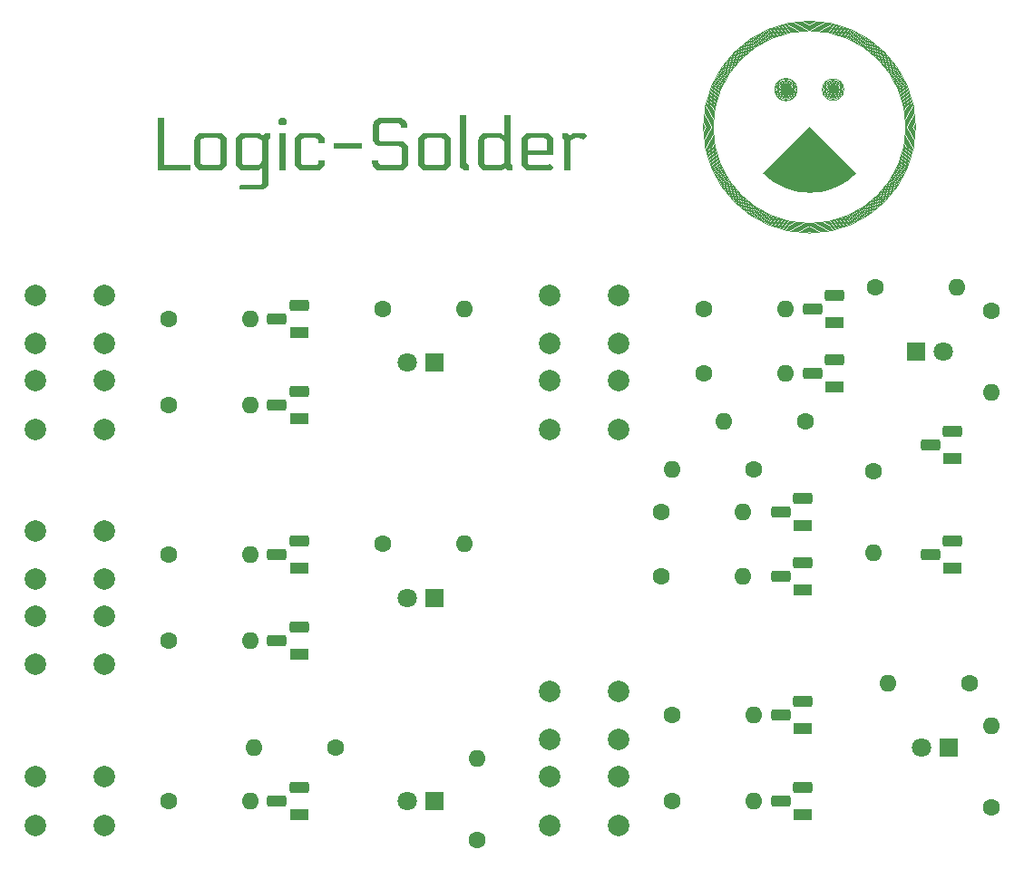
<source format=gbr>
%TF.GenerationSoftware,KiCad,Pcbnew,8.99.0-3415-g545c771fd6*%
%TF.CreationDate,2025-05-14T09:58:28+02:00*%
%TF.ProjectId,logic-solder,6c6f6769-632d-4736-9f6c-6465722e6b69,3*%
%TF.SameCoordinates,Original*%
%TF.FileFunction,Soldermask,Top*%
%TF.FilePolarity,Negative*%
%FSLAX46Y46*%
G04 Gerber Fmt 4.6, Leading zero omitted, Abs format (unit mm)*
G04 Created by KiCad (PCBNEW 8.99.0-3415-g545c771fd6) date 2025-05-14 09:58:28*
%MOMM*%
%LPD*%
G01*
G04 APERTURE LIST*
G04 Aperture macros list*
%AMRoundRect*
0 Rectangle with rounded corners*
0 $1 Rounding radius*
0 $2 $3 $4 $5 $6 $7 $8 $9 X,Y pos of 4 corners*
0 Add a 4 corners polygon primitive as box body*
4,1,4,$2,$3,$4,$5,$6,$7,$8,$9,$2,$3,0*
0 Add four circle primitives for the rounded corners*
1,1,$1+$1,$2,$3*
1,1,$1+$1,$4,$5*
1,1,$1+$1,$6,$7*
1,1,$1+$1,$8,$9*
0 Add four rect primitives between the rounded corners*
20,1,$1+$1,$2,$3,$4,$5,0*
20,1,$1+$1,$4,$5,$6,$7,0*
20,1,$1+$1,$6,$7,$8,$9,0*
20,1,$1+$1,$8,$9,$2,$3,0*%
G04 Aperture macros list end*
%ADD10C,0.100000*%
%ADD11C,0.150000*%
%ADD12C,1.600000*%
%ADD13O,1.600000X1.600000*%
%ADD14R,1.800000X1.800000*%
%ADD15C,1.800000*%
%ADD16R,1.800000X1.100000*%
%ADD17RoundRect,0.275000X0.625000X-0.275000X0.625000X0.275000X-0.625000X0.275000X-0.625000X-0.275000X0*%
%ADD18C,2.000000*%
G04 APERTURE END LIST*
D10*
X228138073Y-35531910D02*
G75*
G02*
X227538073Y-35531910I-300000J0D01*
G01*
X227538073Y-35531910D02*
G75*
G02*
X228138073Y-35531910I300000J0D01*
G01*
X232938073Y-35531910D02*
G75*
G02*
X231538073Y-35531910I-700000J0D01*
G01*
X231538073Y-35531910D02*
G75*
G02*
X232938073Y-35531910I700000J0D01*
G01*
X239338073Y-39031910D02*
G75*
G02*
X220738073Y-39031910I-9300000J0D01*
G01*
X220738073Y-39031910D02*
G75*
G02*
X239338073Y-39031910I9300000J0D01*
G01*
X228738073Y-35531910D02*
G75*
G02*
X226938073Y-35531910I-900000J0D01*
G01*
X226938073Y-35531910D02*
G75*
G02*
X228738073Y-35531910I900000J0D01*
G01*
X228347975Y-35931910D02*
X227338073Y-35931910D01*
X227338073Y-35231910D01*
X228338073Y-35231910D01*
X228347975Y-35931910D01*
G36*
X228347975Y-35931910D02*
G01*
X227338073Y-35931910D01*
X227338073Y-35231910D01*
X228338073Y-35231910D01*
X228347975Y-35931910D01*
G37*
X228347975Y-35531910D02*
G75*
G02*
X227328171Y-35531910I-509902J0D01*
G01*
X227328171Y-35531910D02*
G75*
G02*
X228347975Y-35531910I509902J0D01*
G01*
X234338073Y-43331910D02*
X225738073Y-43331910D01*
X230038073Y-39031910D01*
X234338073Y-43331910D01*
G36*
X234338073Y-43331910D02*
G01*
X225738073Y-43331910D01*
X230038073Y-39031910D01*
X234338073Y-43331910D01*
G37*
X232338073Y-35531910D02*
G75*
G02*
X232138073Y-35531910I-100000J0D01*
G01*
X232138073Y-35531910D02*
G75*
G02*
X232338073Y-35531910I100000J0D01*
G01*
X228882104Y-35531910D02*
G75*
G02*
X226794042Y-35531910I-1044031J0D01*
G01*
X226794042Y-35531910D02*
G75*
G02*
X228882104Y-35531910I1044031J0D01*
G01*
X232538073Y-35531910D02*
G75*
G02*
X231938073Y-35531910I-300000J0D01*
G01*
X231938073Y-35531910D02*
G75*
G02*
X232538073Y-35531910I300000J0D01*
G01*
X228838073Y-35531910D02*
G75*
G02*
X226838073Y-35531910I-1000000J0D01*
G01*
X226838073Y-35531910D02*
G75*
G02*
X228838073Y-35531910I1000000J0D01*
G01*
X228338073Y-35531910D02*
G75*
G02*
X227338073Y-35531910I-500000J0D01*
G01*
X227338073Y-35531910D02*
G75*
G02*
X228338073Y-35531910I500000J0D01*
G01*
X239538073Y-39031910D02*
G75*
G02*
X220538073Y-39031910I-9500000J0D01*
G01*
X220538073Y-39031910D02*
G75*
G02*
X239538073Y-39031910I9500000J0D01*
G01*
X228238073Y-35531910D02*
G75*
G02*
X227438073Y-35531910I-400000J0D01*
G01*
X227438073Y-35531910D02*
G75*
G02*
X228238073Y-35531910I400000J0D01*
G01*
X239738073Y-39031910D02*
G75*
G02*
X220338073Y-39031910I-9700000J0D01*
G01*
X220338073Y-39031910D02*
G75*
G02*
X239738073Y-39031910I9700000J0D01*
G01*
X233238073Y-35531910D02*
G75*
G02*
X231238073Y-35531910I-1000000J0D01*
G01*
X231238073Y-35531910D02*
G75*
G02*
X233238073Y-35531910I1000000J0D01*
G01*
X233038073Y-35531910D02*
G75*
G02*
X231438073Y-35531910I-800000J0D01*
G01*
X231438073Y-35531910D02*
G75*
G02*
X233038073Y-35531910I800000J0D01*
G01*
X232638073Y-35531910D02*
G75*
G02*
X231838073Y-35531910I-400000J0D01*
G01*
X231838073Y-35531910D02*
G75*
G02*
X232638073Y-35531910I400000J0D01*
G01*
X228638073Y-35531910D02*
G75*
G02*
X227038073Y-35531910I-800000J0D01*
G01*
X227038073Y-35531910D02*
G75*
G02*
X228638073Y-35531910I800000J0D01*
G01*
X232738073Y-35531910D02*
G75*
G02*
X231738073Y-35531910I-500000J0D01*
G01*
X231738073Y-35531910D02*
G75*
G02*
X232738073Y-35531910I500000J0D01*
G01*
X239438073Y-39031910D02*
G75*
G02*
X220638073Y-39031910I-9400000J0D01*
G01*
X220638073Y-39031910D02*
G75*
G02*
X239438073Y-39031910I9400000J0D01*
G01*
X234338073Y-43331910D02*
G75*
G02*
X225738073Y-43331910I-4300000J4300001D01*
G01*
X228038073Y-35531910D02*
G75*
G02*
X227638073Y-35531910I-200000J0D01*
G01*
X227638073Y-35531910D02*
G75*
G02*
X228038073Y-35531910I200000J0D01*
G01*
X239938073Y-39031910D02*
G75*
G02*
X220138073Y-39031910I-9900000J0D01*
G01*
X220138073Y-39031910D02*
G75*
G02*
X239938073Y-39031910I9900000J0D01*
G01*
X228446349Y-35531910D02*
G75*
G02*
X227229797Y-35531910I-608276J0D01*
G01*
X227229797Y-35531910D02*
G75*
G02*
X228446349Y-35531910I608276J0D01*
G01*
X234288073Y-43331910D02*
X234228073Y-43381910D01*
X233978073Y-43621910D01*
X233598073Y-43921910D01*
X233208073Y-44171910D01*
X232768073Y-44421910D01*
X232358073Y-44611910D01*
X231918073Y-44771910D01*
X231458073Y-44901910D01*
X230998073Y-44991910D01*
X230508073Y-45051910D01*
X230048073Y-45071910D01*
X229568073Y-45051910D01*
X229098073Y-44991910D01*
X228638073Y-44901910D01*
X228098073Y-44741910D01*
X227618073Y-44571910D01*
X227388073Y-44471910D01*
X226538073Y-43971910D01*
X226058073Y-43621910D01*
X225758073Y-43331909D01*
X234288073Y-43331910D01*
G36*
X234288073Y-43331910D02*
G01*
X234228073Y-43381910D01*
X233978073Y-43621910D01*
X233598073Y-43921910D01*
X233208073Y-44171910D01*
X232768073Y-44421910D01*
X232358073Y-44611910D01*
X231918073Y-44771910D01*
X231458073Y-44901910D01*
X230998073Y-44991910D01*
X230508073Y-45051910D01*
X230048073Y-45071910D01*
X229568073Y-45051910D01*
X229098073Y-44991910D01*
X228638073Y-44901910D01*
X228098073Y-44741910D01*
X227618073Y-44571910D01*
X227388073Y-44471910D01*
X226538073Y-43971910D01*
X226058073Y-43621910D01*
X225758073Y-43331909D01*
X234288073Y-43331910D01*
G37*
X232438073Y-35531910D02*
G75*
G02*
X232038073Y-35531910I-200000J0D01*
G01*
X232038073Y-35531910D02*
G75*
G02*
X232438073Y-35531910I200000J0D01*
G01*
X239138073Y-39031910D02*
G75*
G02*
X220938073Y-39031910I-9100000J0D01*
G01*
X220938073Y-39031910D02*
G75*
G02*
X239138073Y-39031910I9100000J0D01*
G01*
X227938073Y-35531910D02*
G75*
G02*
X227738073Y-35531910I-100000J0D01*
G01*
X227738073Y-35531910D02*
G75*
G02*
X227938073Y-35531910I100000J0D01*
G01*
X232638073Y-35831910D02*
X231838073Y-35831910D01*
X231838073Y-35231910D01*
X232638073Y-35231910D01*
X232638073Y-35831910D01*
G36*
X232638073Y-35831910D02*
G01*
X231838073Y-35831910D01*
X231838073Y-35231910D01*
X232638073Y-35231910D01*
X232638073Y-35831910D01*
G37*
X228538073Y-35531910D02*
G75*
G02*
X227138073Y-35531910I-700000J0D01*
G01*
X227138073Y-35531910D02*
G75*
G02*
X228538073Y-35531910I700000J0D01*
G01*
X239638073Y-39031910D02*
G75*
G02*
X220438073Y-39031910I-9600000J0D01*
G01*
X220438073Y-39031910D02*
G75*
G02*
X239638073Y-39031910I9600000J0D01*
G01*
X232838073Y-35531910D02*
G75*
G02*
X231638073Y-35531910I-600000J0D01*
G01*
X231638073Y-35531910D02*
G75*
G02*
X232838073Y-35531910I600000J0D01*
G01*
X239238073Y-39031910D02*
G75*
G02*
X220838073Y-39031910I-9200000J0D01*
G01*
X220838073Y-39031910D02*
G75*
G02*
X239238073Y-39031910I9200000J0D01*
G01*
X233138073Y-35531910D02*
G75*
G02*
X231338073Y-35531910I-900000J0D01*
G01*
X231338073Y-35531910D02*
G75*
G02*
X233138073Y-35531910I900000J0D01*
G01*
X239838073Y-39031910D02*
G75*
G02*
X220238073Y-39031910I-9800000J0D01*
G01*
X220238073Y-39031910D02*
G75*
G02*
X239838073Y-39031910I9800000J0D01*
G01*
X239043072Y-39031910D02*
G75*
G02*
X221033074Y-39031910I-9004999J0D01*
G01*
X221033074Y-39031910D02*
G75*
G02*
X239043072Y-39031910I9004999J0D01*
G01*
D11*
G36*
X172246772Y-42586514D02*
G01*
X172246772Y-43075000D01*
X169222741Y-43075000D01*
X169222741Y-38170603D01*
X169810755Y-38170603D01*
X169810755Y-42586514D01*
X172246772Y-42586514D01*
G37*
G36*
X175142302Y-39610071D02*
G01*
X175315989Y-39717271D01*
X175483906Y-39857100D01*
X175578462Y-39959867D01*
X175633446Y-40074915D01*
X175652128Y-40206978D01*
X175652128Y-42445464D01*
X175633446Y-42577527D01*
X175578462Y-42692575D01*
X175483906Y-42795341D01*
X175315989Y-42935170D01*
X175142302Y-43042371D01*
X174979850Y-43075000D01*
X173300070Y-43075000D01*
X173137617Y-43042371D01*
X172963930Y-42935170D01*
X172796013Y-42795341D01*
X172701644Y-42692597D01*
X172646751Y-42577548D01*
X172628096Y-42445464D01*
X172628096Y-40352913D01*
X173216111Y-40352913D01*
X173216111Y-42299528D01*
X173226491Y-42435999D01*
X173299764Y-42516599D01*
X173397767Y-42576133D01*
X173558967Y-42586514D01*
X174720952Y-42586514D01*
X174881847Y-42576133D01*
X174979850Y-42516599D01*
X175053428Y-42435999D01*
X175064114Y-42299528D01*
X175064114Y-40352913D01*
X175053428Y-40216442D01*
X174979850Y-40136147D01*
X174881847Y-40076613D01*
X174720952Y-40065928D01*
X173558967Y-40065928D01*
X173397767Y-40076613D01*
X173299764Y-40136147D01*
X173226491Y-40216442D01*
X173216111Y-40352913D01*
X172628096Y-40352913D01*
X172628096Y-40206978D01*
X172646751Y-40074893D01*
X172701644Y-39959844D01*
X172796013Y-39857100D01*
X172963930Y-39717271D01*
X173137617Y-39610071D01*
X173300070Y-39577442D01*
X174979850Y-39577442D01*
X175142302Y-39610071D01*
G37*
G36*
X178675244Y-39591486D02*
G01*
X178846519Y-39682466D01*
X178969936Y-39780999D01*
X179000698Y-39857405D01*
X179028786Y-39857405D01*
X179052749Y-39778138D01*
X179140527Y-39682466D01*
X179270281Y-39595150D01*
X179441556Y-39577442D01*
X179686715Y-39577442D01*
X179686715Y-39919382D01*
X179676029Y-40055547D01*
X179602451Y-40136147D01*
X179529178Y-40216442D01*
X179518798Y-40352913D01*
X179518798Y-44262630D01*
X179500116Y-44394694D01*
X179445132Y-44509742D01*
X179350576Y-44612508D01*
X179182659Y-44752337D01*
X179008972Y-44859537D01*
X178846519Y-44892166D01*
X176802817Y-44892166D01*
X176802817Y-44710816D01*
X176820220Y-44511758D01*
X176928602Y-44403681D01*
X178587622Y-44403681D01*
X178748517Y-44392995D01*
X178846519Y-44333766D01*
X178920098Y-44253166D01*
X178930783Y-44117001D01*
X178930783Y-42738860D01*
X178902695Y-42738860D01*
X178865485Y-42805172D01*
X178734778Y-42934865D01*
X178560853Y-43042334D01*
X178398639Y-43075000D01*
X177166739Y-43075000D01*
X177004287Y-43042371D01*
X176830600Y-42935170D01*
X176662683Y-42795341D01*
X176568313Y-42692597D01*
X176513421Y-42577548D01*
X176494766Y-42445464D01*
X176494766Y-40352913D01*
X177082781Y-40352913D01*
X177082781Y-42299528D01*
X177093161Y-42435999D01*
X177166434Y-42516599D01*
X177264436Y-42576133D01*
X177425637Y-42586514D01*
X178426727Y-42586514D01*
X178588915Y-42553901D01*
X178762561Y-42446685D01*
X178893659Y-42298078D01*
X178930783Y-42166416D01*
X178930783Y-40423133D01*
X178909717Y-40282998D01*
X178762561Y-40170952D01*
X178591286Y-40079972D01*
X178419705Y-40065928D01*
X177425637Y-40065928D01*
X177264436Y-40076613D01*
X177166434Y-40136147D01*
X177093161Y-40216442D01*
X177082781Y-40352913D01*
X176494766Y-40352913D01*
X176494766Y-40206978D01*
X176513421Y-40074893D01*
X176568313Y-39959844D01*
X176662683Y-39857100D01*
X176830600Y-39717271D01*
X177004287Y-39610071D01*
X177166739Y-39577442D01*
X178503663Y-39577442D01*
X178675244Y-39591486D01*
G37*
G36*
X181140570Y-43075000D02*
G01*
X180552556Y-43075000D01*
X180552556Y-39577442D01*
X181140570Y-39577442D01*
X181140570Y-43075000D01*
G37*
G36*
X181203768Y-38494530D02*
G01*
X181203768Y-38550095D01*
X181193083Y-38716181D01*
X181126526Y-38799223D01*
X181049881Y-38836893D01*
X180867629Y-38854483D01*
X180832824Y-38854483D01*
X180643536Y-38847766D01*
X180559578Y-38799223D01*
X180500043Y-38716181D01*
X180489663Y-38550095D01*
X180489663Y-38494530D01*
X180500043Y-38328750D01*
X180566600Y-38245403D01*
X180643536Y-38197165D01*
X180832824Y-38190143D01*
X180860607Y-38190143D01*
X181050194Y-38207589D01*
X181133548Y-38245403D01*
X181193083Y-38328750D01*
X181203768Y-38494530D01*
G37*
G36*
X184804824Y-40495795D02*
G01*
X184216809Y-40495795D01*
X184216809Y-40359630D01*
X184206123Y-40220106D01*
X184132545Y-40137674D01*
X184034543Y-40076613D01*
X183873648Y-40065928D01*
X182935755Y-40065928D01*
X182774555Y-40076613D01*
X182676552Y-40136147D01*
X182603280Y-40216442D01*
X182592899Y-40352913D01*
X182592899Y-42299528D01*
X182603280Y-42435999D01*
X182676552Y-42516599D01*
X182774555Y-42576133D01*
X182935755Y-42586514D01*
X183873648Y-42586514D01*
X184034543Y-42575828D01*
X184132545Y-42515073D01*
X184206123Y-42432641D01*
X184216809Y-42292812D01*
X184216809Y-42156646D01*
X184804824Y-42156646D01*
X184804824Y-42439357D01*
X184786122Y-42572888D01*
X184731175Y-42688935D01*
X184636907Y-42792288D01*
X184468684Y-42933644D01*
X184294934Y-43042073D01*
X184132850Y-43075000D01*
X182676858Y-43075000D01*
X182514405Y-43042371D01*
X182340719Y-42935170D01*
X182172802Y-42795341D01*
X182078432Y-42692597D01*
X182023539Y-42577548D01*
X182004885Y-42445464D01*
X182004885Y-40206978D01*
X182023539Y-40074893D01*
X182078432Y-39959844D01*
X182172802Y-39857100D01*
X182340719Y-39717271D01*
X182514405Y-39610071D01*
X182676858Y-39577442D01*
X184132850Y-39577442D01*
X184294934Y-39610368D01*
X184468684Y-39718797D01*
X184636907Y-39860153D01*
X184731175Y-39963506D01*
X184786122Y-40079553D01*
X184804824Y-40213084D01*
X184804824Y-40495795D01*
G37*
G36*
X188283758Y-40573953D02*
G01*
X188283758Y-41023360D01*
X185609909Y-41023360D01*
X185609909Y-40573953D01*
X188283758Y-40573953D01*
G37*
G36*
X191642097Y-40827965D02*
G01*
X189969033Y-40827965D01*
X189806798Y-40795362D01*
X189632894Y-40688136D01*
X189443911Y-40527241D01*
X189332227Y-40394965D01*
X189297060Y-40247583D01*
X189297060Y-38799834D01*
X189315721Y-38667761D01*
X189370617Y-38552819D01*
X189464977Y-38450261D01*
X189632894Y-38310432D01*
X189806798Y-38203206D01*
X189969033Y-38170603D01*
X191831080Y-38170603D01*
X191993163Y-38203529D01*
X192166914Y-38311959D01*
X192335136Y-38453314D01*
X192429404Y-38556667D01*
X192484352Y-38672714D01*
X192503053Y-38806245D01*
X192503053Y-39088956D01*
X191915038Y-39088956D01*
X191915038Y-38952791D01*
X191904353Y-38813267D01*
X191830774Y-38730835D01*
X191732772Y-38669774D01*
X191571877Y-38659089D01*
X190227931Y-38659089D01*
X190067036Y-38669774D01*
X189969033Y-38729309D01*
X189895455Y-38809603D01*
X189885075Y-38946074D01*
X189885075Y-40052494D01*
X189895455Y-40188965D01*
X189969033Y-40269565D01*
X190067036Y-40329099D01*
X190227931Y-40339480D01*
X191900994Y-40339480D01*
X192063209Y-40372145D01*
X192237133Y-40479614D01*
X192405050Y-40620054D01*
X192499364Y-40722819D01*
X192554284Y-40838159D01*
X192572967Y-40970847D01*
X192572967Y-42443632D01*
X192554284Y-42576320D01*
X192499364Y-42691660D01*
X192405050Y-42794426D01*
X192237133Y-42934865D01*
X192063209Y-43042334D01*
X191900994Y-43075000D01*
X189899119Y-43075000D01*
X189736771Y-43042057D01*
X189562980Y-42933644D01*
X189395063Y-42792288D01*
X189300794Y-42688935D01*
X189245847Y-42572888D01*
X189227146Y-42439357D01*
X189227146Y-42156646D01*
X189815160Y-42156646D01*
X189815160Y-42292812D01*
X189825541Y-42432641D01*
X189898813Y-42515073D01*
X189996816Y-42575828D01*
X190158016Y-42586514D01*
X191642097Y-42586514D01*
X191802992Y-42576133D01*
X191900994Y-42516294D01*
X191974267Y-42435389D01*
X191984953Y-42298002D01*
X191984953Y-41116477D01*
X191974267Y-40979396D01*
X191900994Y-40898490D01*
X191802992Y-40838651D01*
X191642097Y-40827965D01*
G37*
G36*
X196034835Y-39610071D02*
G01*
X196208522Y-39717271D01*
X196376439Y-39857100D01*
X196470996Y-39959867D01*
X196525979Y-40074915D01*
X196544661Y-40206978D01*
X196544661Y-42445464D01*
X196525979Y-42577527D01*
X196470996Y-42692575D01*
X196376439Y-42795341D01*
X196208522Y-42935170D01*
X196034835Y-43042371D01*
X195872383Y-43075000D01*
X194192603Y-43075000D01*
X194030150Y-43042371D01*
X193856464Y-42935170D01*
X193688547Y-42795341D01*
X193594177Y-42692597D01*
X193539284Y-42577548D01*
X193520630Y-42445464D01*
X193520630Y-40352913D01*
X194108644Y-40352913D01*
X194108644Y-42299528D01*
X194119025Y-42435999D01*
X194192297Y-42516599D01*
X194290300Y-42576133D01*
X194451500Y-42586514D01*
X195613486Y-42586514D01*
X195774380Y-42576133D01*
X195872383Y-42516599D01*
X195945961Y-42435999D01*
X195956647Y-42299528D01*
X195956647Y-40352913D01*
X195945961Y-40216442D01*
X195872383Y-40136147D01*
X195774380Y-40076613D01*
X195613486Y-40065928D01*
X194451500Y-40065928D01*
X194290300Y-40076613D01*
X194192297Y-40136147D01*
X194119025Y-40216442D01*
X194108644Y-40352913D01*
X193520630Y-40352913D01*
X193520630Y-40206978D01*
X193539284Y-40074893D01*
X193594177Y-39959844D01*
X193688547Y-39857100D01*
X193856464Y-39717271D01*
X194030150Y-39610071D01*
X194192603Y-39577442D01*
X195872383Y-39577442D01*
X196034835Y-39610071D01*
G37*
G36*
X197422104Y-37897051D02*
G01*
X198010118Y-37897051D01*
X198010118Y-42203053D01*
X198024162Y-42402416D01*
X198050039Y-42439678D01*
X198122165Y-42497060D01*
X198230548Y-42605443D01*
X198248255Y-42803585D01*
X198248255Y-43075000D01*
X198038206Y-43075000D01*
X197862962Y-43060956D01*
X197716111Y-42976997D01*
X197562238Y-42871973D01*
X197471204Y-42801712D01*
X197439506Y-42760232D01*
X197422104Y-42557205D01*
X197422104Y-37897051D01*
G37*
G36*
X202145455Y-42299528D02*
G01*
X202155835Y-42435999D01*
X202229108Y-42516599D01*
X202302686Y-42596894D01*
X202313372Y-42733060D01*
X202313372Y-43075000D01*
X202068213Y-43075000D01*
X201896938Y-43057597D01*
X201767184Y-42969975D01*
X201679407Y-42874303D01*
X201655443Y-42795036D01*
X201627355Y-42795036D01*
X201596593Y-42871442D01*
X201473177Y-42969975D01*
X201301901Y-43060956D01*
X201130321Y-43075000D01*
X199793397Y-43075000D01*
X199630944Y-43042371D01*
X199457257Y-42935170D01*
X199289340Y-42795341D01*
X199194971Y-42692597D01*
X199140078Y-42577548D01*
X199121423Y-42445464D01*
X199121423Y-40352913D01*
X199709438Y-40352913D01*
X199709438Y-42299528D01*
X199719818Y-42435999D01*
X199793091Y-42516599D01*
X199891094Y-42576133D01*
X200052294Y-42586514D01*
X201046362Y-42586514D01*
X201217943Y-42572470D01*
X201389218Y-42481489D01*
X201536375Y-42369443D01*
X201557440Y-42229309D01*
X201557440Y-40486025D01*
X201520308Y-40354415D01*
X201389218Y-40206062D01*
X201215551Y-40098603D01*
X201053384Y-40065928D01*
X200052294Y-40065928D01*
X199891094Y-40076613D01*
X199793091Y-40136147D01*
X199719818Y-40216442D01*
X199709438Y-40352913D01*
X199121423Y-40352913D01*
X199121423Y-40206978D01*
X199140078Y-40074893D01*
X199194971Y-39959844D01*
X199289340Y-39857100D01*
X199457257Y-39717271D01*
X199630944Y-39610071D01*
X199793397Y-39577442D01*
X201025296Y-39577442D01*
X201187511Y-39610108D01*
X201361436Y-39717576D01*
X201503733Y-39875407D01*
X201529353Y-39927320D01*
X201557440Y-39927320D01*
X201557440Y-37897051D01*
X202145455Y-37897051D01*
X202145455Y-42299528D01*
G37*
G36*
X205596330Y-39607647D02*
G01*
X205790474Y-39717882D01*
X205965413Y-39858321D01*
X206058427Y-39953120D01*
X206113919Y-40067986D01*
X206133330Y-40209420D01*
X206133330Y-41648621D01*
X203739445Y-41648621D01*
X203739445Y-42301666D01*
X203749825Y-42437220D01*
X203823098Y-42517210D01*
X203921101Y-42576133D01*
X204082301Y-42586514D01*
X205440291Y-42586514D01*
X205611872Y-42569112D01*
X205783452Y-42446379D01*
X206203245Y-42795952D01*
X206035328Y-42935476D01*
X205863747Y-43057597D01*
X205692472Y-43075000D01*
X203823404Y-43075000D01*
X203660951Y-43042371D01*
X203487264Y-42935170D01*
X203319347Y-42795341D01*
X203224978Y-42692597D01*
X203170085Y-42577548D01*
X203151430Y-42445464D01*
X203151430Y-40356271D01*
X203739445Y-40356271D01*
X203739445Y-41199214D01*
X205545316Y-41199214D01*
X205545316Y-40356271D01*
X205534630Y-40218274D01*
X205461357Y-40136758D01*
X205363355Y-40076613D01*
X205202460Y-40065928D01*
X204082301Y-40065928D01*
X203921101Y-40076613D01*
X203823098Y-40136758D01*
X203749825Y-40218274D01*
X203739445Y-40356271D01*
X203151430Y-40356271D01*
X203151430Y-40206978D01*
X203170085Y-40074893D01*
X203224978Y-39959844D01*
X203319347Y-39857100D01*
X203487264Y-39717271D01*
X203660951Y-39610071D01*
X203823404Y-39577442D01*
X205454335Y-39577442D01*
X205596330Y-39607647D01*
G37*
G36*
X206971389Y-39577442D02*
G01*
X207216242Y-39577442D01*
X207387823Y-39595150D01*
X207517271Y-39682466D01*
X207605301Y-39778159D01*
X207629318Y-39857405D01*
X207657406Y-39857405D01*
X207688122Y-39780980D01*
X207811279Y-39682466D01*
X207982859Y-39591486D01*
X208154440Y-39577442D01*
X208798325Y-39577442D01*
X208960534Y-39609992D01*
X209134159Y-39716966D01*
X209302381Y-39856489D01*
X208882283Y-40206062D01*
X208798325Y-40135842D01*
X208700323Y-40076613D01*
X208539428Y-40065928D01*
X208238398Y-40065928D01*
X208066818Y-40079972D01*
X207895237Y-40170952D01*
X207748081Y-40282998D01*
X207727320Y-40422827D01*
X207727320Y-43075000D01*
X207139305Y-43075000D01*
X207139305Y-40352913D01*
X207128620Y-40216442D01*
X207055042Y-40136147D01*
X206981769Y-40055547D01*
X206971389Y-39919382D01*
X206971389Y-39577442D01*
G37*
D12*
%TO.C,R20*%
X199000000Y-105620000D03*
D13*
X199000000Y-98000000D03*
%TD*%
D14*
%TO.C,D3*%
X195000000Y-83000000D03*
D15*
X192460000Y-83000000D03*
%TD*%
D16*
%TO.C,Q3*%
X232400000Y-57270000D03*
D17*
X230330000Y-56000000D03*
X232400000Y-54730000D03*
%TD*%
D14*
%TO.C,D2*%
X240000000Y-60000000D03*
D15*
X242540000Y-60000000D03*
%TD*%
D12*
%TO.C,R10*%
X224810000Y-71000000D03*
D13*
X217190000Y-71000000D03*
%TD*%
D18*
%TO.C,SW7*%
X212250000Y-96250000D03*
X205750000Y-96250000D03*
X212250000Y-91750000D03*
X205750000Y-91750000D03*
%TD*%
D14*
%TO.C,D5*%
X195000000Y-102000000D03*
D15*
X192460000Y-102000000D03*
%TD*%
D16*
%TO.C,Q6*%
X182400000Y-80270000D03*
D17*
X180330000Y-79000000D03*
X182400000Y-77730000D03*
%TD*%
D16*
%TO.C,Q5*%
X243400000Y-70000000D03*
D17*
X241330000Y-68730000D03*
X243400000Y-67460000D03*
%TD*%
D12*
%TO.C,R13*%
X216190000Y-75000000D03*
D13*
X223810000Y-75000000D03*
%TD*%
D12*
%TO.C,R14*%
X216190000Y-81000000D03*
D13*
X223810000Y-81000000D03*
%TD*%
D18*
%TO.C,SW6*%
X164250000Y-89250000D03*
X157750000Y-89250000D03*
X164250000Y-84750000D03*
X157750000Y-84750000D03*
%TD*%
D14*
%TO.C,D4*%
X243000000Y-97000000D03*
D15*
X240460000Y-97000000D03*
%TD*%
D16*
%TO.C,Q13*%
X229400000Y-103270000D03*
D17*
X227330000Y-102000000D03*
X229400000Y-100730000D03*
%TD*%
D12*
%TO.C,R8*%
X170190000Y-79000000D03*
D13*
X177810000Y-79000000D03*
%TD*%
D12*
%TO.C,R19*%
X247000000Y-102620000D03*
D13*
X247000000Y-95000000D03*
%TD*%
D18*
%TO.C,SW9*%
X212250000Y-104250000D03*
X205750000Y-104250000D03*
X212250000Y-99750000D03*
X205750000Y-99750000D03*
%TD*%
D12*
%TO.C,R15*%
X245000000Y-91000000D03*
D13*
X237380000Y-91000000D03*
%TD*%
D18*
%TO.C,SW5*%
X164250000Y-81250000D03*
X157750000Y-81250000D03*
X164250000Y-76750000D03*
X157750000Y-76750000D03*
%TD*%
%TO.C,SW2*%
X164250000Y-67250000D03*
X157750000Y-67250000D03*
X164250000Y-62750000D03*
X157750000Y-62750000D03*
%TD*%
D16*
%TO.C,Q4*%
X232400000Y-63270000D03*
D17*
X230330000Y-62000000D03*
X232400000Y-60730000D03*
%TD*%
D12*
%TO.C,R6*%
X247000000Y-56190000D03*
D13*
X247000000Y-63810000D03*
%TD*%
D12*
%TO.C,R4*%
X236190000Y-54000000D03*
D13*
X243810000Y-54000000D03*
%TD*%
D12*
%TO.C,R21*%
X217190000Y-102000000D03*
D13*
X224810000Y-102000000D03*
%TD*%
D12*
%TO.C,R22*%
X229620000Y-66500000D03*
D13*
X222000000Y-66500000D03*
%TD*%
D16*
%TO.C,Q10*%
X229400000Y-82270000D03*
D17*
X227330000Y-81000000D03*
X229400000Y-79730000D03*
%TD*%
D16*
%TO.C,Q7*%
X182400000Y-88270000D03*
D17*
X180330000Y-87000000D03*
X182400000Y-85730000D03*
%TD*%
D16*
%TO.C,Q8*%
X243400000Y-80270000D03*
D17*
X241330000Y-79000000D03*
X243400000Y-77730000D03*
%TD*%
D12*
%TO.C,R18*%
X170190000Y-102000000D03*
D13*
X177810000Y-102000000D03*
%TD*%
D12*
%TO.C,R9*%
X190190000Y-78000000D03*
D13*
X197810000Y-78000000D03*
%TD*%
D12*
%TO.C,R17*%
X217190000Y-94000000D03*
D13*
X224810000Y-94000000D03*
%TD*%
D16*
%TO.C,Q11*%
X229400000Y-95270000D03*
D17*
X227330000Y-94000000D03*
X229400000Y-92730000D03*
%TD*%
D16*
%TO.C,Q9*%
X229400000Y-76270000D03*
D17*
X227330000Y-75000000D03*
X229400000Y-73730000D03*
%TD*%
D16*
%TO.C,Q12*%
X182400000Y-103270000D03*
D17*
X180330000Y-102000000D03*
X182400000Y-100730000D03*
%TD*%
D12*
%TO.C,R7*%
X220190000Y-62000000D03*
D13*
X227810000Y-62000000D03*
%TD*%
D12*
%TO.C,R12*%
X236000000Y-71190000D03*
D13*
X236000000Y-78810000D03*
%TD*%
D12*
%TO.C,R5*%
X220190000Y-56000000D03*
D13*
X227810000Y-56000000D03*
%TD*%
D18*
%TO.C,SW3*%
X212250000Y-59250000D03*
X205750000Y-59250000D03*
X212250000Y-54750000D03*
X205750000Y-54750000D03*
%TD*%
%TO.C,SW1*%
X164250000Y-59250000D03*
X157750000Y-59250000D03*
X164250000Y-54750000D03*
X157750000Y-54750000D03*
%TD*%
D12*
%TO.C,R11*%
X170190000Y-87000000D03*
D13*
X177810000Y-87000000D03*
%TD*%
D12*
%TO.C,R16*%
X185810000Y-97000000D03*
D13*
X178190000Y-97000000D03*
%TD*%
D18*
%TO.C,SW8*%
X164250000Y-104250000D03*
X157750000Y-104250000D03*
X164250000Y-99750000D03*
X157750000Y-99750000D03*
%TD*%
%TO.C,SW4*%
X212250000Y-67250000D03*
X205750000Y-67250000D03*
X212250000Y-62750000D03*
X205750000Y-62750000D03*
%TD*%
D14*
%TO.C,D1*%
X195000000Y-61000000D03*
D15*
X192460000Y-61000000D03*
%TD*%
D12*
%TO.C,R1*%
X170190000Y-57000000D03*
D13*
X177810000Y-57000000D03*
%TD*%
D12*
%TO.C,R3*%
X170190000Y-65000000D03*
D13*
X177810000Y-65000000D03*
%TD*%
D16*
%TO.C,Q2*%
X182400000Y-66270000D03*
D17*
X180330000Y-65000000D03*
X182400000Y-63730000D03*
%TD*%
D12*
%TO.C,R2*%
X190190000Y-56000000D03*
D13*
X197810000Y-56000000D03*
%TD*%
D16*
%TO.C,Q1*%
X182400000Y-58270000D03*
D17*
X180330000Y-57000000D03*
X182400000Y-55730000D03*
%TD*%
M02*

</source>
